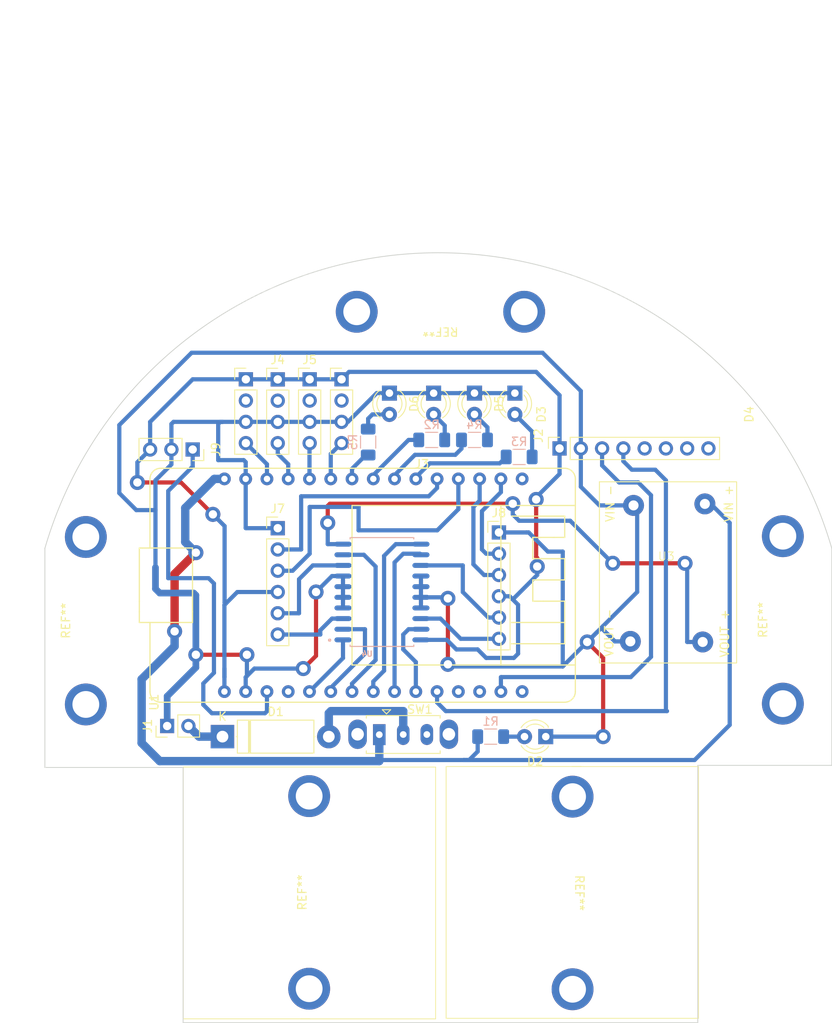
<source format=kicad_pcb>
(kicad_pcb (version 20221018) (generator pcbnew)
  (layers (0 "F.Cu" signal) (31 "B.Cu" signal) (34 "B.Paste" user) (35 "F.Paste" user) (36 "B.SilkS" user "B.Silkscreen") (37 "F.SilkS" user "F.Silkscreen") (38 "B.Mask" user) (39 "F.Mask" user) (44 "Edge.Cuts" user))
  (net 0 "")
  (net 1 "Net-(D1-A)")
  (net 2 "Net-(D1-K)")
  (net 3 "GND")
  (net 4 "Net-(D2-A)")
  (net 5 "Net-(D3-A)")
  (net 6 "Net-(D4-A)")
  (net 7 "Net-(D5-A)")
  (net 8 "Net-(D6-A)")
  (net 9 "/SCL")
  (net 10 "/SDA")
  (net 16 "/SHARP_D")
  (net 18 "/SHARP_I")
  (net 20 "/SHARP_C")
  (net 22 "/CNY70")
  (net 23 "/MA1")
  (net 24 "/MA2")
  (net 25 "/AO1")
  (net 26 "/AO2")
  (net 27 "/MB1")
  (net 28 "/MB2")
  (net 29 "/BO2")
  (net 30 "/BO1")
  (net 31 "/IR")
  (net 32 "/VIn")
  (net 33 "/L1")
  (net 34 "/L2")
  (net 35 "/L3")
  (net 36 "/L4")
  (net 39 "/PWM1")
  (net 42 "/INB1")
  (net 43 "/INB2")
  (net 44 "/PWM2")
  (net 45 "/INA1")
  (net 46 "/INA2")
  (net 48 "/3.3V")
  (net 49 "/Vm")
  (footprint "Button_Switch_THT:SW_Slide_1P2T_CK_OS102011MS2Q" (layer "F.Cu") (at 57.309 86.233)
    (fp_text reference "SW1" (at 3.99 -2.99) (layer "F.SilkS"))
    (fp_text value "SW_DPDT_x2")
    (pad "" thru_hole oval (at -3.45 -0.03) (size 2.2 3.5) (drill 1.5) (layers "*.Cu" "*.Mask"))
    (pad "" thru_hole oval (at 7.45 -0.03) (size 2.2 3.5) (drill 1.5) (layers "*.Cu" "*.Mask"))
    (pad "1" thru_hole rect (at -0.86 0.02) (size 1.5 2.5) (drill 0.8) (layers "*.Cu" "*.Mask") (net 32 "/VIn"))
    (pad "2" thru_hole oval (at 2 0) (size 1.5 2.5) (drill 0.8) (layers "*.Cu" "*.Mask") (net 2 "Net-(D1-K)"))
    (pad "3" thru_hole oval (at 4.82 0) (size 1.5 2.5) (drill 0.8) (layers "*.Cu" "*.Mask"))
  )
  (footprint "Connector_PinHeader_2.54mm:PinHeader_1x06_P2.54mm_Vertical" (layer "F.Cu") (at 44.323 61.595)
    (fp_text reference "J7" (at 0 -2.33) (layer "F.SilkS"))
    (fp_text value "Conn_01x06_Female")
    (pad "1" thru_hole rect (at 0 0) (size 1.7 1.7) (drill 1) (layers "*.Cu" "*.Mask") (net 3 "GND"))
    (pad "2" thru_hole oval (at 0 2.54) (size 1.7 1.7) (drill 1) (layers "*.Cu" "*.Mask") (net 23 "/MA1"))
    (pad "3" thru_hole oval (at 0 5.08) (size 1.7 1.7) (drill 1) (layers "*.Cu" "*.Mask") (net 24 "/MA2"))
    (pad "4" thru_hole oval (at 0 7.62) (size 1.7 1.7) (drill 1) (layers "*.Cu" "*.Mask") (net 48 "/3.3V"))
    (pad "5" thru_hole oval (at 0 10.16) (size 1.7 1.7) (drill 1) (layers "*.Cu" "*.Mask") (net 26 "/AO2"))
    (pad "6" thru_hole oval (at 0 12.7) (size 1.7 1.7) (drill 1) (layers "*.Cu" "*.Mask") (net 25 "/AO1"))
  )
  (footprint "DOIT_ESP32:DOIT_ESP32_Devkit" (layer "F.Cu") (at 29.063 82.378 90)
    (fp_text reference "U1" (at 0 0.5 90) (layer "F.SilkS"))
    (fp_text value "ESP32-Devkit-V1")
    (pad "1" thru_hole circle (at 26.67 8.89 90) (size 1.524 1.524) (drill 0.762) (layers "*.Cu" "*.Mask") (net 32 "/VIn"))
    (pad "2" thru_hole circle (at 26.67 11.43 90) (size 1.524 1.524) (drill 0.762) (layers "*.Cu" "*.Mask") (net 3 "GND"))
    (pad "3" thru_hole circle (at 26.67 13.97 90) (size 1.524 1.524) (drill 0.762) (layers "*.Cu" "*.Mask") (net 22 "/CNY70"))
    (pad "4" thru_hole circle (at 26.67 16.51 90) (size 1.524 1.524) (drill 0.762) (layers "*.Cu" "*.Mask") (net 18 "/SHARP_I"))
    (pad "5" thru_hole circle (at 26.67 19.05 90) (size 1.524 1.524) (drill 0.762) (layers "*.Cu" "*.Mask") (net 20 "/SHARP_C"))
    (pad "6" thru_hole circle (at 26.67 21.59 90) (size 1.524 1.524) (drill 0.762) (layers "*.Cu" "*.Mask") (net 16 "/SHARP_D"))
    (pad "7" thru_hole circle (at 26.67 24.13 90) (size 1.524 1.524) (drill 0.762) (layers "*.Cu" "*.Mask") (net 36 "/L4"))
    (pad "8" thru_hole circle (at 26.67 26.67 90) (size 1.524 1.524) (drill 0.762) (layers "*.Cu" "*.Mask") (net 33 "/L1"))
    (pad "9" thru_hole circle (at 26.67 29.21 90) (size 1.524 1.524) (drill 0.762) (layers "*.Cu" "*.Mask") (net 35 "/L3"))
    (pad "10" thru_hole circle (at 26.67 31.75 90) (size 1.524 1.524) (drill 0.762) (layers "*.Cu" "*.Mask") (net 34 "/L2"))
    (pad "11" thru_hole circle (at 26.67 34.29 90) (size 1.524 1.524) (drill 0.762) (layers "*.Cu" "*.Mask") (net 23 "/MA1"))
    (pad "12" thru_hole circle (at 26.67 36.83 90) (size 1.524 1.524) (drill 0.762) (layers "*.Cu" "*.Mask") (net 24 "/MA2"))
    (pad "13" thru_hole circle (at 26.67 39.37 90) (size 1.524 1.524) (drill 0.762) (layers "*.Cu" "*.Mask") (net 28 "/MB2"))
    (pad "14" thru_hole circle (at 26.67 41.91 90) (size 1.524 1.524) (drill 0.762) (layers "*.Cu" "*.Mask") (net 27 "/MB1"))
    (pad "15" thru_hole circle (at 26.67 44.45 90) (size 1.524 1.524) (drill 0.762) (layers "*.Cu" "*.Mask"))
    (pad "16" thru_hole circle (at 1.27 44.45 90) (size 1.524 1.524) (drill 0.762) (layers "*.Cu" "*.Mask"))
    (pad "17" thru_hole circle (at 1.27 41.91 90) (size 1.524 1.524) (drill 0.762) (layers "*.Cu" "*.Mask") (net 9 "/SCL"))
    (pad "18" thru_hole circle (at 1.27 39.37 90) (size 1.524 1.524) (drill 0.762) (layers "*.Cu" "*.Mask"))
    (pad "19" thru_hole circle (at 1.27 36.83 90) (size 1.524 1.524) (drill 0.762) (layers "*.Cu" "*.Mask"))
    (pad "20" thru_hole circle (at 1.27 34.29 90) (size 1.524 1.524) (drill 0.762) (layers "*.Cu" "*.Mask") (net 10 "/SDA"))
    (pad "21" thru_hole circle (at 1.27 31.75 90) (size 1.524 1.524) (drill 0.762) (layers "*.Cu" "*.Mask") (net 42 "/INB1"))
    (pad "22" thru_hole circle (at 1.27 29.21 90) (size 1.524 1.524) (drill 0.762) (layers "*.Cu" "*.Mask") (net 43 "/INB2"))
    (pad "23" thru_hole circle (at 1.27 26.67 90) (size 1.524 1.524) (drill 0.762) (layers "*.Cu" "*.Mask") (net 44 "/PWM2"))
    (pad "24" thru_hole circle (at 1.27 24.13 90) (size 1.524 1.524) (drill 0.762) (layers "*.Cu" "*.Mask") (net 46 "/INA2"))
    (pad "25" thru_hole circle (at 1.27 21.59 90) (size 1.524 1.524) (drill 0.762) (layers "*.Cu" "*.Mask") (net 45 "/INA1"))
    (pad "26" thru_hole circle (at 1.27 19.05 90) (size 1.524 1.524) (drill 0.762) (layers "*.Cu" "*.Mask") (net 39 "/PWM1"))
    (pad "27" thru_hole circle (at 1.27 16.51 90) (size 1.524 1.524) (drill 0.762) (layers "*.Cu" "*.Mask"))
    (pad "28" thru_hole circle (at 1.27 13.97 90) (size 1.524 1.524) (drill 0.762) (layers "*.Cu" "*.Mask") (net 31 "/IR"))
    (pad "29" thru_hole circle (at 1.27 11.43 90) (size 1.524 1.524) (drill 0.762) (layers "*.Cu" "*.Mask") (net 3 "GND"))
    (pad "30" thru_hole circle (at 1.27 8.89 90) (size 1.524 1.524) (drill 0.762) (layers "*.Cu" "*.Mask") (net 48 "/3.3V"))
  )
  (footprint "Connector_PinSocket_2.54mm:PinSocket_1x03_P2.54mm_Vertical" (layer "F.Cu") (at 34.163 52.197 -90)
    (fp_text reference "J9" (at 0 -2.77 90) (layer "F.SilkS"))
    (fp_text value "Conn_01x03_Socket")
    (pad "1" thru_hole rect (at 0 0 270) (size 1.7 1.7) (drill 1) (layers "*.Cu" "*.Mask") (net 31 "/IR"))
    (pad "2" thru_hole oval (at 0 2.54 270) (size 1.7 1.7) (drill 1) (layers "*.Cu" "*.Mask") (net 3 "GND"))
    (pad "3" thru_hole oval (at 0 5.08 270) (size 1.7 1.7) (drill 1) (layers "*.Cu" "*.Mask") (net 48 "/3.3V"))
  )
  (footprint "Connector_PinHeader_2.54mm:PinHeader_1x04_P2.54mm_Vertical" (layer "F.Cu") (at 51.943 43.815)
    (fp_text reference "J3" (at 9.6 10.121) (layer "F.SilkS"))
    (fp_text value "Conn_01x04_Male")
    (pad "1" thru_hole rect (at 0 0) (size 1.7 1.7) (drill 1) (layers "*.Cu" "*.Mask") (net 48 "/3.3V"))
    (pad "2" thru_hole oval (at 0 2.54) (size 1.7 1.7) (drill 1) (layers "*.Cu" "*.Mask"))
    (pad "3" thru_hole oval (at 0 5.08) (size 1.7 1.7) (drill 1) (layers "*.Cu" "*.Mask") (net 3 "GND"))
    (pad "4" thru_hole oval (at 0 7.62) (size 1.7 1.7) (drill 1) (layers "*.Cu" "*.Mask") (net 16 "/SHARP_D"))
  )
  (footprint "LED_THT:LED_D3.0mm" (layer "F.Cu") (at 67.818 45.461 -90)
    (fp_text reference "D5" (at 1.27 -2.96 90) (layer "F.SilkS"))
    (fp_text value "LED")
    (pad "1" thru_hole rect (at 0 0 270) (size 1.8 1.8) (drill 0.9) (layers "*.Cu" "*.Mask") (net 3 "GND"))
    (pad "2" thru_hole circle (at 2.54 0 270) (size 1.8 1.8) (drill 0.9) (layers "*.Cu" "*.Mask") (net 7 "Net-(D5-A)"))
  )
  (footprint "LED_THT:LED_D3.0mm" (layer "F.Cu") (at 76.332 86.487 180)
    (fp_text reference "D2" (at 1.27 -2.96) (layer "F.SilkS"))
    (fp_text value "LED")
    (pad "1" thru_hole rect (at 0 0 180) (size 1.8 1.8) (drill 0.9) (layers "*.Cu" "*.Mask") (net 3 "GND"))
    (pad "2" thru_hole circle (at 2.54 0 180) (size 1.8 1.8) (drill 0.9) (layers "*.Cu" "*.Mask") (net 4 "Net-(D2-A)"))
  )
  (footprint "Diode_THT:D_5W_P12.70mm_Horizontal" (layer "F.Cu") (at 37.719 86.487)
    (fp_text reference "D1" (at 6.35 -2.97) (layer "F.SilkS"))
    (fp_text value "type=\"D\" model=\"DIODE\" lib=\"\"")
    (fp_text user "K" (at 0 -2.4) (layer "F.SilkS"))
    (pad "1" thru_hole rect (at 0 0) (size 2.8 2.8) (drill 1.4) (layers "*.Cu" "*.Mask") (net 1 "Net-(D1-A)"))
    (pad "2" thru_hole oval (at 12.7 0) (size 2.8 2.8) (drill 1.4) (layers "*.Cu" "*.Mask") (net 2 "Net-(D1-K)"))
  )
  (footprint "propios:SharpHolder" (layer "F.Cu") (at 11.401 72.644 90)
    (fp_text reference "REF**" (at 0 7.62 90 unlocked) (layer "F.SilkS"))
    (fp_text value "SharpHolder")
    (pad "1" thru_hole circle (at -10 10 90) (size 5 5) (drill 3.2) (layers "*.Cu" "*.Mask"))
    (pad "2" thru_hole circle (at 10 10 90) (size 5 5) (drill 3.2) (layers "*.Cu" "*.Mask"))
  )
  (footprint "Connector_PinSocket_2.54mm:PinSocket_1x08_P2.54mm_Vertical" (layer "F.Cu") (at 77.978 52.07 90)
    (fp_text reference "J2" (at 1.524 -2.516 90) (layer "F.SilkS"))
    (fp_text value "Conn_01x08_Female")
    (pad "1" thru_hole rect (at 0 0 90) (size 1.7 1.7) (drill 1) (layers "*.Cu" "*.Mask") (net 48 "/3.3V"))
    (pad "2" thru_hole oval (at 0 2.54 90) (size 1.7 1.7) (drill 1) (layers "*.Cu" "*.Mask") (net 3 "GND"))
    (pad "3" thru_hole oval (at 0 5.08 90) (size 1.7 1.7) (drill 1) (layers "*.Cu" "*.Mask") (net 9 "/SCL"))
    (pad "4" thru_hole oval (at 0 7.62 90) (size 1.7 1.7) (drill 1) (layers "*.Cu" "*.Mask") (net 10 "/SDA"))
    (pad "5" thru_hole oval (at 0 10.16 90) (size 1.7 1.7) (drill 1) (layers "*.Cu" "*.Mask"))
    (pad "6" thru_hole oval (at 0 12.7 90) (size 1.7 1.7) (drill 1) (layers "*.Cu" "*.Mask"))
    (pad "7" thru_hole oval (at 0 15.24 90) (size 1.7 1.7) (drill 1) (layers "*.Cu" "*.Mask"))
    (pad "8" thru_hole oval (at 0 17.78 90) (size 1.7 1.7) (drill 1) (layers "*.Cu" "*.Mask"))
  )
  (footprint "propios:SharpHolder" (layer "F.Cu") (at 63.754 45.749 180)
    (fp_text reference "REF**" (at 0 7.62 180 unlocked) (layer "F.SilkS"))
    (fp_text value "SharpHolder")
    (pad "1" thru_hole circle (at -10 10 180) (size 5 5) (drill 3.2) (layers "*.Cu" "*.Mask"))
    (pad "2" thru_hole circle (at 10 10 180) (size 5 5) (drill 3.2) (layers "*.Cu" "*.Mask"))
  )
  (footprint "Connector_PinHeader_2.54mm:PinHeader_1x04_P2.54mm_Vertical" (layer "F.Cu") (at 40.513 43.815)
    (fp_text reference "J6" hide)
    (fp_text value "Conn_01x04_Male")
    (pad "1" thru_hole rect (at 0 0) (size 1.7 1.7) (drill 1) (layers "*.Cu" "*.Mask") (net 48 "/3.3V"))
    (pad "2" thru_hole oval (at 0 2.54) (size 1.7 1.7) (drill 1) (layers "*.Cu" "*.Mask"))
    (pad "3" thru_hole oval (at 0 5.08) (size 1.7 1.7) (drill 1) (layers "*.Cu" "*.Mask") (net 3 "GND"))
    (pad "4" thru_hole oval (at 0 7.62) (size 1.7 1.7) (drill 1) (layers "*.Cu" "*.Mask") (net 22 "/CNY70"))
  )
  (footprint "propios:MotorHolder" (layer "F.Cu") (at 90.522 105.156 -90)
    (fp_text reference "REF**" (at 0 10.16 -90 unlocked) (layer "F.SilkS"))
    (fp_text value "MotorHolder")
    (pad "1" thru_hole circle (at -11.5 10.99 270) (size 5 5) (drill 3.2) (layers "*.Cu" "*.Mask"))
    (pad "2" thru_hole circle (at 11.5 10.99 270) (size 5 5) (drill 3.2) (layers "*.Cu" "*.Mask"))
  )
  (footprint "propios:SharpHolder" (layer "F.Cu") (at 94.648 72.55 90)
    (fp_text reference "REF**" (at 0 7.62 90 unlocked) (layer "F.SilkS"))
    (fp_text value "SharpHolder")
    (pad "1" thru_hole circle (at -10 10 90) (size 5 5) (drill 3.2) (layers "*.Cu" "*.Mask"))
    (pad "2" thru_hole circle (at 10 10 90) (size 5 5) (drill 3.2) (layers "*.Cu" "*.Mask"))
  )
  (footprint "Connector_PinHeader_2.54mm:PinHeader_1x04_P2.54mm_Vertical" (layer "F.Cu") (at 44.323 43.825)
    (fp_text reference "J4" (at 0 -2.33) (layer "F.SilkS"))
    (fp_text value "Conn_01x04_Male")
    (pad "1" thru_hole rect (at 0 0) (size 1.7 1.7) (drill 1) (layers "*.Cu" "*.Mask") (net 48 "/3.3V"))
    (pad "2" thru_hole oval (at 0 2.54) (size 1.7 1.7) (drill 1) (layers "*.Cu" "*.Mask"))
    (pad "3" thru_hole oval (at 0 5.08) (size 1.7 1.7) (drill 1) (layers "*.Cu" "*.Mask") (net 3 "GND"))
    (pad "4" thru_hole oval (at 0 7.62) (size 1.7 1.7) (drill 1) (layers "*.Cu" "*.Mask") (net 18 "/SHARP_I"))
  )
  (footprint "LED_THT:LED_D3.0mm" (layer "F.Cu") (at 62.94 45.471 -90)
    (fp_text reference "D3" (at 2.535 -12.866 90) (layer "F.SilkS"))
    (fp_text value "LED")
    (pad "1" thru_hole rect (at 0 0 270) (size 1.8 1.8) (drill 0.9) (layers "*.Cu" "*.Mask") (net 3 "GND"))
    (pad "2" thru_hole circle (at 2.54 0 270) (size 1.8 1.8) (drill 0.9) (layers "*.Cu" "*.Mask") (net 5 "Net-(D3-A)"))
  )
  (footprint "Connector_PinHeader_2.54mm:PinHeader_1x06_P2.54mm_Vertical" (layer "F.Cu") (at 70.739 62.103)
    (fp_text reference "J8" (at 0 -2.33) (layer "F.SilkS"))
    (fp_text value "Conn_01x06_Female")
    (pad "1" thru_hole rect (at 0 0) (size 1.7 1.7) (drill 1) (layers "*.Cu" "*.Mask") (net 3 "GND"))
    (pad "2" thru_hole oval (at 0 2.54) (size 1.7 1.7) (drill 1) (layers "*.Cu" "*.Mask") (net 27 "/MB1"))
    (pad "3" thru_hole oval (at 0 5.08) (size 1.7 1.7) (drill 1) (layers "*.Cu" "*.Mask") (net 28 "/MB2"))
    (pad "4" thru_hole oval (at 0 7.62) (size 1.7 1.7) (drill 1) (layers "*.Cu" "*.Mask") (net 48 "/3.3V"))
    (pad "5" thru_hole oval (at 0 10.16) (size 1.7 1.7) (drill 1) (layers "*.Cu" "*.Mask") (net 30 "/BO1"))
    (pad "6" thru_hole oval (at 0 12.7) (size 1.7 1.7) (drill 1) (layers "*.Cu" "*.Mask") (net 29 "/BO2"))
  )
  (footprint "LED_THT:LED_D3.0mm" (layer "F.Cu") (at 57.658 45.466 -90)
    (fp_text reference "D6" (at 1.27 -2.96 90) (layer "F.SilkS"))
    (fp_text value "LED")
    (pad "1" thru_hole rect (at 0 0 270) (size 1.8 1.8) (drill 0.9) (layers "*.Cu" "*.Mask") (net 3 "GND"))
    (pad "2" thru_hole circle (at 2.54 0 270) (size 1.8 1.8) (drill 0.9) (layers "*.Cu" "*.Mask") (net 8 "Net-(D6-A)"))
  )
  (footprint "propios:MotorHolder" (layer "F.Cu") (at 37.084 105.091 90)
    (fp_text reference "REF**" (at 0 10.16 90 unlocked) (layer "F.SilkS"))
    (fp_text value "MotorHolder")
    (pad "1" thru_hole circle (at -11.5 10.99 90) (size 5 5) (drill 3.2) (layers "*.Cu" "*.Mask"))
    (pad "2" thru_hole circle (at 11.5 10.99 90) (size 5 5) (drill 3.2) (layers "*.Cu" "*.Mask"))
  )
  (footprint "propios:Sx1308" (layer "F.Cu") (at 90.731 65.464)
    (fp_text reference "U3" (at 0 -0.5 unlocked) (layer "F.SilkS") (effects (font (thickness 0.1))))
    (fp_text value "Mt3608")
    (fp_text user "VIN +" (at 7.452 -6.81 90 unlocked) (layer "F.SilkS"))
    (fp_text user "VOUT +" (at 6.972 8.7 90 unlocked) (layer "F.SilkS"))
    (fp_text user "VOUT -" (at -6.838 8.63 90 unlocked) (layer "F.SilkS"))
    (fp_text user "VIN -" (at -6.708 -6.81 90 unlocked) (layer "F.SilkS"))
    (pad "1" thru_hole circle (at 4.602 -6.77) (size 2.5 2.5) (drill 1.2) (layers "*.Cu" "*.Mask") (net 32 "/VIn"))
    (pad "2" thru_hole circle (at 4.342 9.72) (size 2.5 2.5) (drill 1.2) (layers "*.Cu" "*.Mask") (net 49 "/Vm"))
    (pad "3" thru_hole circle (at -3.918 -6.59) (size 2.5 2.5) (drill 1.2) (layers "*.Cu" "*.Mask") (net 3 "GND"))
    (pad "4" thru_hole circle (at -4.298 9.65) (size 2.5 2.5) (drill 1.2) (layers "*.Cu" "*.Mask") (net 3 "GND"))
  )
  (footprint "Connector_PinHeader_2.54mm:PinHeader_1x02_P2.54mm_Vertical" (layer "F.Cu") (at 31.115 85.217 90)
    (fp_text reference "J1" (at 0 -2.33 90) (layer "F.SilkS"))
    (fp_text value "Conn_01x02_Male")
    (pad "1" thru_hole rect (at 0 0 90) (size 1.7 1.7) (drill 1) (layers "*.Cu" "*.Mask") (net 3 "GND"))
    (pad "2" thru_hole oval (at 0 2.54 90) (size 1.7 1.7) (drill 1) (layers "*.Cu" "*.Mask") (net 1 "Net-(D1-A)"))
  )
  (footprint "LED_THT:LED_D3.0mm" (layer "F.Cu") (at 72.644 45.466 -90)
    (fp_text reference "D4" (at 2.535 -27.979 90) (layer "F.SilkS"))
    (fp_text value "LED")
    (pad "1" thru_hole rect (at 0 0 270) (size 1.8 1.8) (drill 0.9) (layers "*.Cu" "*.Mask") (net 3 "GND"))
    (pad "2" thru_hole circle (at 2.54 0 270) (size 1.8 1.8) (drill 0.9) (layers "*.Cu" "*.Mask") (net 6 "Net-(D4-A)"))
  )
  (footprint "Connector_PinHeader_2.54mm:PinHeader_1x04_P2.54mm_Vertical" (layer "F.Cu") (at 48.133 43.815)
    (fp_text reference "J5" (at 0 -2.33) (layer "F.SilkS"))
    (fp_text value "Conn_01x04_Male")
    (pad "1" thru_hole rect (at 0 0) (size 1.7 1.7) (drill 1) (layers "*.Cu" "*.Mask") (net 48 "/3.3V"))
    (pad "2" thru_hole oval (at 0 2.54) (size 1.7 1.7) (drill 1) (layers "*.Cu" "*.Mask"))
    (pad "3" thru_hole oval (at 0 5.08) (size 1.7 1.7) (drill 1) (layers "*.Cu" "*.Mask") (net 3 "GND"))
    (pad "4" thru_hole oval (at 0 7.62) (size 1.7 1.7) (drill 1) (layers "*.Cu" "*.Mask") (net 20 "/SHARP_C"))
  )
  (footprint "Resistor_SMD:R_1206_3216Metric_Pad1.30x1.75mm_HandSolder" (layer "B.Cu") (at 69.749 86.487 180)
    (fp_text reference "R1" (at 0 1.82) (layer "B.SilkS") (effects (justify mirror)))
    (fp_text value "R")
    (pad "1" smd roundrect (at -1.55 0 180) (size 1.3 1.75) (layers "B.Cu" "B.Paste" "B.Mask") (roundrect_rratio 0.192308) (net 4 "Net-(D2-A)"))
    (pad "2" smd roundrect (at 1.55 0 180) (size 1.3 1.75) (layers "B.Cu" "B.Paste" "B.Mask") (roundrect_rratio 0.192308) (net 32 "/VIn"))
  )
  (footprint "L293DD:SOIC127P1032X265-20N" (layer "B.Cu") (at 56.769 69.215)
    (fp_text reference "U4" (at -1.778 7.3914) (layer "B.SilkS") (effects (font (size 0.64 0.64)) (justify mirror)))
    (fp_text value "L293DD")
    (pad "1" smd roundrect (at -4.655 5.715 90) (size 0.6 2.05) (layers "B.Cu" "B.Paste" "B.Mask") (roundrect_rratio 0.5) (net 39 "/PWM1"))
    (pad "2" smd roundrect (at -4.655 4.445 90) (size 0.6 2.05) (layers "B.Cu" "B.Paste" "B.Mask") (roundrect_rratio 0.5) (net 45 "/INA1"))
    (pad "3" smd roundrect (at -4.655 3.175 90) (size 0.6 2.05) (layers "B.Cu" "B.Paste" "B.Mask") (roundrect_rratio 0.5) (net 25 "/AO1"))
    (pad "4" smd roundrect (at -4.655 1.905 90) (size 0.6 2.05) (layers "B.Cu" "B.Paste" "B.Mask") (roundrect_rratio 0.5) (net 3 "GND"))
    (pad "5" smd roundrect (at -4.655 0.635 90) (size 0.6 2.05) (layers "B.Cu" "B.Paste" "B.Mask") (roundrect_rratio 0.5) (net 3 "GND"))
    (pad "6" smd roundrect (at -4.655 -0.635 90) (size 0.6 2.05) (layers "B.Cu" "B.Paste" "B.Mask") (roundrect_rratio 0.5) (net 3 "GND"))
    (pad "7" smd roundrect (at -4.655 -1.905 90) (size 0.6 2.05) (layers "B.Cu" "B.Paste" "B.Mask") (roundrect_rratio 0.5) (net 3 "GND"))
    (pad "8" smd roundrect (at -4.655 -3.175 90) (size 0.6 2.05) (layers "B.Cu" "B.Paste" "B.Mask") (roundrect_rratio 0.5) (net 26 "/AO2"))
    (pad "9" smd roundrect (at -4.655 -4.445 90) (size 0.6 2.05) (layers "B.Cu" "B.Paste" "B.Mask") (roundrect_rratio 0.5) (net 46 "/INA2"))
    (pad "10" smd roundrect (at -4.655 -5.715 90) (size 0.6 2.05) (layers "B.Cu" "B.Paste" "B.Mask") (roundrect_rratio 0.5) (net 49 "/Vm"))
    (pad "11" smd roundrect (at 4.655 -5.715 90) (size 0.6 2.05) (layers "B.Cu" "B.Paste" "B.Mask") (roundrect_rratio 0.5) (net 44 "/PWM2"))
    (pad "12" smd roundrect (at 4.655 -4.445 90) (size 0.6 2.05) (layers "B.Cu" "B.Paste" "B.Mask") (roundrect_rratio 0.5) (net 43 "/INB2"))
    (pad "13" smd roundrect (at 4.655 -3.175 90) (size 0.6 2.05) (layers "B.Cu" "B.Paste" "B.Mask") (roundrect_rratio 0.5) (net 30 "/BO1"))
    (pad "14" smd roundrect (at 4.655 -1.905 90) (size 0.6 2.05) (layers "B.Cu" "B.Paste" "B.Mask") (roundrect_rratio 0.5) (net 3 "GND"))
    (pad "15" smd roundrect (at 4.655 -0.635 90) (size 0.6 2.05) (layers "B.Cu" "B.Paste" "B.Mask") (roundrect_rratio 0.5) (net 3 "GND"))
    (pad "16" smd roundrect (at 4.655 0.635 90) (size 0.6 2.05) (layers "B.Cu" "B.Paste" "B.Mask") (roundrect_rratio 0.5) (net 3 "GND"))
    (pad "17" smd roundrect (at 4.655 1.905 90) (size 0.6 2.05) (layers "B.Cu" "B.Paste" "B.Mask") (roundrect_rratio 0.5) (net 3 "GND"))
    (pad "18" smd roundrect (at 4.655 3.175 90) (size 0.6 2.05) (layers "B.Cu" "B.Paste" "B.Mask") (roundrect_rratio 0.5) (net 29 "/BO2"))
    (pad "19" smd roundrect (at 4.655 4.445 90) (size 0.6 2.05) (layers "B.Cu" "B.Paste" "B.Mask") (roundrect_rratio 0.5) (net 42 "/INB1"))
    (pad "20" smd roundrect (at 4.655 5.715 90) (size 0.6 2.05) (layers "B.Cu" "B.Paste" "B.Mask") (roundrect_rratio 0.5) (net 48 "/3.3V"))
  )
  (footprint "Resistor_SMD:R_1206_3216Metric_Pad1.30x1.75mm_HandSolder" (layer "B.Cu") (at 73.152 53.086 180)
    (fp_text reference "R3" (at 0 1.82) (layer "B.SilkS") (effects (justify mirror)))
    (fp_text value "R" hide)
    (pad "1" smd roundrect (at -1.55 0 180) (size 1.3 1.75) (layers "B.Cu" "B.Paste" "B.Mask") (roundrect_rratio 0.192308) (net 6 "Net-(D4-A)"))
    (pad "2" smd roundrect (at 1.55 0 180) (size 1.3 1.75) (layers "B.Cu" "B.Paste" "B.Mask") (roundrect_rratio 0.192308) (net 34 "/L2"))
  )
  (footprint "Resistor_SMD:R_1206_3216Metric_Pad1.30x1.75mm_HandSolder" (layer "B.Cu") (at 62.712 51.054 180)
    (fp_text reference "R2" (at 0 1.82) (layer "B.SilkS") (effects (justify mirror)))
    (fp_text value "R" hide)
    (pad "1" smd roundrect (at -1.55 0 180) (size 1.3 1.75) (layers "B.Cu" "B.Paste" "B.Mask") (roundrect_rratio 0.192308) (net 5 "Net-(D3-A)"))
    (pad "2" smd roundrect (at 1.55 0 180) (size 1.3 1.75) (layers "B.Cu" "B.Paste" "B.Mask") (roundrect_rratio 0.192308) (net 33 "/L1"))
  )
  (footprint "Resistor_SMD:R_1206_3216Metric_Pad1.30x1.75mm_HandSolder" (layer "B.Cu") (at 67.818 51.054 180)
    (fp_text reference "R4" (at 0 1.82) (layer "B.SilkS") (effects (justify mirror)))
    (fp_text value "R" hide)
    (pad "1" smd roundrect (at -1.55 0 180) (size 1.3 1.75) (layers "B.Cu" "B.Paste" "B.Mask") (roundrect_rratio 0.192308) (net 7 "Net-(D5-A)"))
    (pad "2" smd roundrect (at 1.55 0 180) (size 1.3 1.75) (layers "B.Cu" "B.Paste" "B.Mask") (roundrect_rratio 0.192308) (net 35 "/L3"))
  )
  (footprint "Resistor_SMD:R_1206_3216Metric_Pad1.30x1.75mm_HandSolder" (layer "B.Cu") (at 55.118 51.308 -90)
    (fp_text reference "R5" (at 0 1.82 90) (layer "B.SilkS") (effects (justify mirror)))
    (fp_text value "R" hide)
    (pad "1" smd roundrect (at -1.55 0 270) (size 1.3 1.75) (layers "B.Cu" "B.Paste" "B.Mask") (roundrect_rratio 0.192308) (net 8 "Net-(D6-A)"))
    (pad "2" smd roundrect (at 1.55 0 270) (size 1.3 1.75) (layers "B.Cu" "B.Paste" "B.Mask") (roundrect_rratio 0.192308) (net 36 "/L4"))
  )
  (gr_line (start 33.02 90.17) (end 16.51 90.17) (stroke (width 0.1)) (layer "Edge.Cuts"))
  (gr_line (start 33.02 120.65) (end 94.488 120.65) (stroke (width 0.1)) (layer "Edge.Cuts"))
  (gr_line (start 110.49 89.916) (end 110.49 64.008) (stroke (width 0.1)) (layer "Edge.Cuts"))
  (gr_line (start 94.488 89.916) (end 94.488 120.396) (stroke (width 0.1)) (layer "Edge.Cuts"))
  (gr_line (start 16.51 64.008) (end 16.51 90.17) (stroke (width 0.1)) (layer "Edge.Cuts"))
  (gr_line (start 110.49 89.916) (end 94.488 89.916) (stroke (width 0.1)) (layer "Edge.Cuts"))
  (gr_line (start 33.02 120.65) (end 33.02 90.17) (stroke (width 0.1)) (layer "Edge.Cuts"))
  (gr_arc (start 16.51 64.008) (mid 63.5 28.702) (end 110.49 64.008) (stroke (width 0.1)) (layer "Edge.Cuts"))
  (gr_line (start 94.488 120.65) (end 94.488 120.396) (stroke (width 0.1)) (layer "Edge.Cuts"))
  (segment (start 33.655 85.217) (end 34.925 86.487) (width 1) (layer "B.Cu") (net 1))
  (segment (start 34.925 86.487) (end 37.719 86.487) (width 1) (layer "B.Cu") (net 1))
  (segment (start 50.673 83.439) (end 50.419 83.693) (width 1) (layer "B.Cu") (net 2))
  (segment (start 50.419 83.693) (end 50.419 86.487) (width 1) (layer "B.Cu") (net 2))
  (segment (start 59.309 83.439) (end 50.673 83.439) (width 1) (layer "B.Cu") (net 2))
  (segment (start 59.309 86.233) (end 59.309 83.439) (width 1) (layer "B.Cu") (net 2))
  (segment (start 83.185 77.089) (end 81.28 75.184) (width 0.5) (layer "F.Cu") (net 3))
  (segment (start 48.895 69.215) (end 48.895 76.835) (width 0.5) (layer "F.Cu") (net 3))
  (segment (start 48.895 76.835) (end 47.371 78.359) (width 0.5) (layer "F.Cu") (net 3))
  (segment (start 83.185 86.487) (end 83.185 77.089) (width 0.5) (layer "F.Cu") (net 3))
  (segment (start 40.64 76.708) (end 34.544 76.708) (width 0.5) (layer "F.Cu") (net 3))
  (segment (start 64.643 69.977) (end 64.643 77.851) (width 0.5) (layer "F.Cu") (net 3))
  (via (at 83.185 86.487) (size 1.8) (drill 1) (layers "F.Cu" "B.Cu") (net 3))
  (via (at 40.64 76.708) (size 1.8) (drill 1) (layers "F.Cu" "B.Cu") (net 3))
  (via (at 64.643 69.977) (size 1.8) (drill 1) (layers "F.Cu" "B.Cu") (net 3))
  (via (at 81.28 75.184) (size 1.8) (drill 1) (layers "F.Cu" "B.Cu") (net 3))
  (via (at 34.544 76.708) (size 1.8) (drill 1) (layers "F.Cu" "B.Cu") (net 3))
  (via (at 48.895 69.215) (size 1.8) (drill 1) (layers "F.Cu" "B.Cu") (net 3))
  (via (at 64.643 77.851) (size 1.8) (drill 1) (layers "F.Cu" "B.Cu") (net 3))
  (via (at 47.371 78.359) (size 1.8) (drill 1) (layers "F.Cu" "B.Cu") (net 3))
  (segment (start 74.295 62.103) (end 76.581 64.389) (width 0.5) (layer "B.Cu") (net 3))
  (segment (start 81.28 75.184) (end 82.423 74.041) (width 0.5) (layer "B.Cu") (net 3))
  (segment (start 40.493 79.395) (end 40.64 79.248) (width 0.5) (layer "B.Cu") (net 3))
  (segment (start 34.036 40.64) (end 25.4 49.276) (width 0.5) (layer "B.Cu") (net 3))
  (segment (start 64.516 69.85) (end 64.643 69.977) (width 0.5) (layer "B.Cu") (net 3))
  (segment (start 52.705 48.895) (end 56.134 45.466) (width 0.5) (layer "B.Cu") (net 3))
  (segment (start 47.371 78.359) (end 41.529 78.359) (width 0.5) (layer "B.Cu") (net 3))
  (segment (start 61.424 67.31) (end 61.424 71.12) (width 0.5) (layer "B.Cu") (net 3))
  (segment (start 30.226 69.342) (end 29.718 68.834) (width 0.8) (layer "B.Cu") (net 3))
  (segment (start 80.518 52.07) (end 80.518 45.212) (width 0.5) (layer "B.Cu") (net 3))
  (segment (start 37.211 49.149) (end 37.465 48.895) (width 0.5) (layer "B.Cu") (net 3))
  (segment (start 72.644 45.466) (end 66.04 45.466) (width 0.5) (layer "B.Cu") (net 3))
  (segment (start 67.813 45.466) (end 67.818 45.461) (width 0.5) (layer "B.Cu") (net 3))
  (segment (start 31.877 48.895) (end 37.719 48.895) (width 0.5) (layer "B.Cu") (net 3))
  (segment (start 40.513 81.128) (end 40.493 81.108) (width 0.5) (layer "B.Cu") (net 3))
  (segment (start 82.75 58.874) (end 86.813 58.874) (width 0.5) (layer "B.Cu") (net 3))
  (segment (start 52.114 67.31) (end 50.8 67.31) (width 0.5) (layer "B.Cu") (net 3))
  (segment (start 40.493 61.575) (end 40.493 55.708) (width 0.5) (layer "B.Cu") (net 3))
  (segment (start 82.423 74.041) (end 78.359 78.105) (width 0.5) (layer "B.Cu") (net 3))
  (segment (start 40.493 53.701) (end 40.259 53.467) (width 0.5) (layer "B.Cu") (net 3))
  (segment (start 37.465 48.895) (end 37.719 48.895) (width 0.5) (layer "B.Cu") (net 3))
  (segment (start 25.4 57.404) (end 27.432 59.436) (width 0.5) (layer "B.Cu") (net 3))
  (segment (start 31.623 52.197) (end 31.623 53.975) (width 0.5) (layer "B.Cu") (net 3))
  (segment (start 51.943 48.895) (end 52.705 48.895) (width 0.5) (layer "B.Cu") (net 3))
  (segment (start 29.718 59.436) (end 29.718 66.802) (width 0.5) (layer "B.Cu") (net 3))
  (segment (start 78.359 64.389) (end 76.581 64.389) (width 0.5) (layer "B.Cu") (net 3))
  (segment (start 34.544 78.232) (end 34.544 69.596) (width 0.8) (layer "B.Cu") (net 3))
  (segment (start 31.115 81.661) (end 34.544 78.232) (width 0.8) (layer "B.Cu") (net 3))
  (segment (start 37.719 48.895) (end 40.513 48.895) (width 0.5) (layer "B.Cu") (net 3))
  (segment (start 41.529 78.359) (end 40.493 79.395) (width 0.5) (layer "B.Cu") (net 3))
  (segment (start 76.332 86.487) (end 83.185 86.487) (width 0.5) (layer "B.Cu") (net 3))
  (segment (start 40.259 53.467) (end 37.211 53.467) (width 0.5) (layer "B.Cu") (net 3))
  (segment (start 86.813 58.874) (end 87.249 59.31) (width 0.5) (layer "B.Cu") (net 3))
  (segment (start 29.718 55.88) (end 29.718 59.436) (width 0.5) (layer "B.Cu") (net 3))
  (segment (start 83.185 73.279) (end 82.423 74.041) (width 0.5) (layer "B.Cu") (net 3))
  (segment (start 40.64 79.248) (end 40.64 76.708) (width 0.5) (layer "B.Cu") (net 3))
  (segment (start 70.739 62.103) (end 74.041 62.103) (width 0.5) (layer "B.Cu") (net 3))
  (segment (start 27.432 59.436) (end 29.718 59.436) (width 0.5) (layer "B.Cu") (net 3))
  (segment (start 87.249 69.215) (end 83.185 73.279) (width 0.5) (layer "B.Cu") (net 3))
  (segment (start 66.04 45.466) (end 67.813 45.466) (width 0.5) (layer "B.Cu") (net 3))
  (segment (start 78.359 78.105) (end 78.359 64.389) (width 0.5) (layer "B.Cu") (net 3))
  (segment (start 84.582 75.114) (end 86.433 75.114) (width 0.5) (layer "B.Cu") (net 3))
  (segment (start 40.513 61.595) (end 40.493 61.575) (width 0.5) (layer "B.Cu") (net 3))
  (segment (start 56.134 45.466) (end 57.658 45.466) (width 0.5) (layer "B.Cu") (net 3))
  (segment (start 31.115 85.217) (end 31.115 81.661) (width 0.8) (layer "B.Cu") (net 3))
  (segment (start 31.623 52.197) (end 31.623 49.149) (width 0.5) (layer "B.Cu") (net 3))
  (segment (start 44.323 61.595) (end 40.513 61.595) (width 0.5) (layer "B.Cu") (net 3))
  (segment (start 25.4 49.276) (end 25.4 57.404) (width 0.5) (layer "B.Cu") (net 3))
  (segment (start 34.544 69.596) (end 34.29 69.342) (width 0.8) (layer "B.Cu") (net 3))
  (segment (start 29.718 68.834) (end 29.718 66.294) (width 0.8) (layer "B.Cu") (net 3))
  (segment (start 61.424 69.85) (end 64.516 69.85) (width 0.5) (layer "B.Cu") (net 3))
  (segment (start 75.946 40.64) (end 34.036 40.64) (width 0.5) (layer "B.Cu") (net 3))
  (segment (start 31.623 49.149) (end 31.877 48.895) (width 0.5) (layer "B.Cu") (net 3))
  (segment (start 84.582 75.114) (end 83.185 73.717) (width 0.5) (layer "B.Cu") (net 3))
  (segment (start 74.041 62.103) (end 74.295 62.103) (width 0.5) (layer "B.Cu") (net 3))
  (segment (start 31.623 53.975) (end 29.718 55.88) (width 0.5) (layer "B.Cu") (net 3))
  (segment (start 83.185 73.717) (end 83.185 73.279) (width 0.5) (layer "B.Cu") (net 3))
  (segment (start 40.493 55.708) (end 40.493 53.701) (width 0.5) (layer "B.Cu") (net 3))
  (segment (start 57.658 45.466) (end 66.04 45.466) (width 0.5) (layer "B.Cu") (net 3))
  (segment (start 40.513 48.895) (end 51.943 48.895) (width 0.5) (layer "B.Cu") (net 3))
  (segment (start 80.518 52.07) (end 80.518 56.642) (width 0.5) (layer "B.Cu") (net 3))
  (segment (start 34.29 69.342) (end 30.226 69.342) (width 0.8) (layer "B.Cu") (net 3))
  (segment (start 80.518 56.642) (end 82.75 58.874) (width 0.5) (layer "B.Cu") (net 3))
  (segment (start 64.643 77.851) (end 64.897 78.105) (width 0.5) (layer "B.Cu") (net 3))
  (segment (start 52.114 67.31) (end 52.114 71.12) (width 0.5) (layer "B.Cu") (net 3))
  (segment (start 87.249 59.31) (end 87.249 69.215) (width 0.5) (layer "B.Cu") (net 3))
  (segment (start 50.8 67.31) (end 48.895 69.215) (width 0.5) (layer "B.Cu") (net 3))
  (segment (start 80.518 45.212) (end 75.946 40.64) (width 0.5) (layer "B.Cu") (net 3))
  (segment (start 64.897 78.105) (end 78.359 78.105) (width 0.5) (layer "B.Cu") (net 3))
  (segment (start 37.211 53.467) (end 37.211 49.149) (width 0.5) (layer "B.Cu") (net 3))
  (segment (start 40.493 79.395) (end 40.493 81.108) (width 0.5) (layer "B.Cu") (net 3))
  (segment (start 73.792 86.487) (end 71.299 86.487) (width 0.5) (layer "B.Cu") (net 4))
  (segment (start 64.262 51.054) (end 64.262 49.333) (width 0.5) (layer "B.Cu") (net 5))
  (segment (start 64.262 49.333) (end 62.94 48.011) (width 0.5) (layer "B.Cu") (net 5))
  (segment (start 74.702 50.064) (end 72.644 48.006) (width 0.5) (layer "B.Cu") (net 6))
  (segment (start 74.702 53.086) (end 74.702 50.064) (width 0.5) (layer "B.Cu") (net 6))
  (segment (start 69.368 49.551) (end 67.818 48.001) (width 0.5) (layer "B.Cu") (net 7))
  (segment (start 69.368 51.054) (end 69.368 49.551) (width 0.5) (layer "B.Cu") (net 7))
  (segment (start 55.626 48.006) (end 57.658 48.006) (width 0.5) (layer "B.Cu") (net 8))
  (segment (start 55.118 48.514) (end 55.626 48.006) (width 0.5) (layer "B.Cu") (net 8))
  (segment (start 55.118 49.758) (end 55.118 48.514) (width 0.5) (layer "B.Cu") (net 8))
  (segment (start 85.09 56.134) (end 83.058 54.102) (width 0.5) (layer "B.Cu") (net 9))
  (segment (start 87.376 56.134) (end 85.09 56.134) (width 0.5) (layer "B.Cu") (net 9))
  (segment (start 86.487 79.375) (end 88.9 76.962) (width 0.5) (layer "B.Cu") (net 9))
  (segment (start 70.973 81.108) (end 70.973 79.395) (width 0.5) (layer "B.Cu") (net 9))
  (segment (start 83.058 54.102) (end 83.058 52.07) (width 0.5) (layer "B.Cu") (net 9))
  (segment (start 70.973 79.395) (end 70.993 79.375) (width 0.5) (layer "B.Cu") (net 9))
  (segment (start 88.9 76.962) (end 88.9 57.658) (width 0.5) (layer "B.Cu") (net 9))
  (segment (start 88.9 57.658) (end 87.376 56.134) (width 0.5) (layer "B.Cu") (net 9))
  (segment (start 70.993 79.375) (end 86.487 79.375) (width 0.5) (layer "B.Cu") (net 9))
  (segment (start 89.408 54.61) (end 86.614 54.61) (width 0.5) (layer "B.Cu") (net 10))
  (segment (start 63.353 82.403) (end 64.389 83.439) (width 0.5) (layer "B.Cu") (net 10))
  (segment (start 64.389 83.439) (end 90.805 83.439) (width 0.5) (layer "B.Cu") (net 10))
  (segment (start 85.598 53.594) (end 85.598 52.07) (width 0.5) (layer "B.Cu") (net 10))
  (segment (start 90.805 83.439) (end 90.678 83.312) (width 0.5) (layer "B.Cu") (net 10))
  (segment (start 90.678 55.88) (end 89.408 54.61) (width 0.5) (layer "B.Cu") (net 10))
  (segment (start 63.353 81.108) (end 63.353 82.403) (width 0.5) (layer "B.Cu") (net 10))
  (segment (start 90.678 83.312) (end 90.678 55.88) (width 0.5) (layer "B.Cu") (net 10))
  (segment (start 86.614 54.61) (end 85.598 53.594) (width 0.5) (layer "B.Cu") (net 10))
  (segment (start 50.653 55.708) (end 50.653 52.725) (width 0.5) (layer "B.Cu") (net 16))
  (segment (start 50.653 52.725) (end 51.943 51.435) (width 0.5) (layer "B.Cu") (net 16))
  (segment (start 45.573 53.955) (end 45.573 55.708) (width 0.5) (layer "B.Cu") (net 18))
  (segment (start 44.323 52.705) (end 45.573 53.955) (width 0.5) (layer "B.Cu") (net 18))
  (segment (start 44.323 51.445) (end 44.323 52.705) (width 0.5) (layer "B.Cu") (net 18))
  (segment (start 48.113 51.455) (end 48.133 51.435) (width 0.5) (layer "B.Cu") (net 20))
  (segment (start 48.113 55.708) (end 48.113 51.455) (width 0.5) (layer "B.Cu") (net 20))
  (segment (start 43.033 53.955) (end 40.513 51.435) (width 0.5) (layer "B.Cu") (net 22))
  (segment (start 43.053 55.688) (end 43.033 55.708) (width 0.5) (layer "B.Cu") (net 22))
  (segment (start 43.033 55.708) (end 43.033 53.955) (width 0.5) (layer "B.Cu") (net 22))
  (segment (start 63.353 55.708) (end 63.353 56.789) (width 0.5) (layer "B.Cu") (net 23))
  (segment (start 62.357 57.785) (end 47.117 57.785) (width 0.5) (layer "B.Cu") (net 23))
  (segment (start 47.117 57.785) (end 47.117 64.135) (width 0.5) (layer "B.Cu") (net 23))
  (segment (start 63.353 56.789) (end 62.357 57.785) (width 0.5) (layer "B.Cu") (net 23))
  (segment (start 47.117 64.135) (end 44.323 64.135) (width 0.5) (layer "B.Cu") (net 23))
  (segment (start 48.133 59.055) (end 53.975 59.055) (width 0.5) (layer "B.Cu") (net 24))
  (segment (start 63.373 61.849) (end 65.893 59.329) (width 0.5) (layer "B.Cu") (net 24))
  (segment (start 65.893 59.329) (end 65.893 55.708) (width 0.5) (layer "B.Cu") (net 24))
  (segment (start 53.975 59.055) (end 53.975 61.849) (width 0.5) (layer "B.Cu") (net 24))
  (segment (start 46.101 66.675) (end 48.133 64.643) (width 0.5) (layer "B.Cu") (net 24))
  (segment (start 53.975 61.849) (end 63.373 61.849) (width 0.5) (layer "B.Cu") (net 24))
  (segment (start 44.323 66.675) (end 46.101 66.675) (width 0.5) (layer "B.Cu") (net 24))
  (segment (start 48.133 64.643) (end 48.133 59.055) (width 0.5) (layer "B.Cu") (net 24))
  (segment (start 50.8 72.39) (end 52.114 72.39) (width 0.5) (layer "B.Cu") (net 25))
  (segment (start 49.403 74.295) (end 49.403 73.787) (width 0.5) (layer "B.Cu") (net 25))
  (segment (start 49.403 73.787) (end 50.8 72.39) (width 0.5) (layer "B.Cu") (net 25))
  (segment (start 44.323 74.295) (end 49.403 74.295) (width 0.5) (layer "B.Cu") (net 25))
  (segment (start 46.863 67.691) (end 48.514 66.04) (width 0.5) (layer "B.Cu") (net 26))
  (segment (start 46.863 71.755) (end 44.323 71.755) (width 0.5) (layer "B.Cu") (net 26))
  (segment (start 46.863 71.755) (end 46.863 67.691) (width 0.5) (layer "B.Cu") (net 26))
  (segment (start 48.514 66.04) (end 52.114 66.04) (width 0.5) (layer "B.Cu") (net 26))
  (segment (start 68.707 64.135) (end 69.215 64.643) (width 0.5) (layer "B.Cu") (net 27))
  (segment (start 70.973 55.708) (end 70.973 57.297) (width 0.5) (layer "B.Cu") (net 27))
  (segment (start 68.707 59.563) (end 68.707 64.135) (width 0.5) (layer "B.Cu") (net 27))
  (segment (start 69.215 64.643) (end 70.739 64.643) (width 0.5) (layer "B.Cu") (net 27))
  (segment (start 70.973 57.297) (end 68.707 59.563) (width 0.5) (layer "B.Cu") (net 27))
  (segment (start 68.961 67.183) (end 70.739 67.183) (width 0.5) (layer "B.Cu") (net 28))
  (segment (start 68.433 58.313) (end 67.691 59.055) (width 0.5) (layer "B.Cu") (net 28))
  (segment (start 67.691 59.055) (end 67.691 65.913) (width 0.5) (layer "B.Cu") (net 28))
  (segment (start 67.691 65.913) (end 68.961 67.183) (width 0.5) (layer "B.Cu") (net 28))
  (segment (start 68.433 55.708) (end 68.433 58.313) (width 0.5) (layer "B.Cu") (net 28))
  (segment (start 63.754 72.39) (end 66.167 74.803) (width 0.5) (layer "B.Cu") (net 29))
  (segment (start 66.167 74.803) (end 70.739 74.803) (width 0.5) (layer "B.Cu") (net 29))
  (segment (start 61.424 72.39) (end 63.754 72.39) (width 0.5) (layer "B.Cu") (net 29))
  (segment (start 66.421 69.215) (end 66.421 66.04) (width 0.5) (layer "B.Cu") (net 30))
  (segment (start 70.739 72.263) (end 69.469 72.263) (width 0.5) (layer "B.Cu") (net 30))
  (segment (start 69.469 72.263) (end 66.421 69.215) (width 0.5) (layer "B.Cu") (net 30))
  (segment (start 66.421 66.04) (end 61.424 66.04) (width 0.5) (layer "B.Cu") (net 30))
  (segment (start 35.433 82.677) (end 35.433 80.137) (width 0.5) (layer "B.Cu") (net 31))
  (segment (start 36.703 78.867) (end 36.703 68.199) (width 0.5) (layer "B.Cu") (net 31))
  (segment (start 35.433 80.137) (end 36.703 78.867) (width 0.5) (layer "B.Cu") (net 31))
  (segment (start 34.163 54.229) (end 34.163 52.197) (width 0.5) (layer "B.Cu") (net 31))
  (segment (start 31.242 67.564) (end 31.242 57.15) (width 0.5) (layer "B.Cu") (net 31))
  (segment (start 43.053 81.128) (end 43.033 81.108) (width 0.5) (layer "B.Cu") (net 31))
  (segment (start 31.242 57.15) (end 34.163 54.229) (width 0.5) (layer "B.Cu") (net 31))
  (segment (start 36.068 67.564) (end 31.242 67.564) (width 0.5) (layer "B.Cu") (net 31))
  (segment (start 43.033 83.459) (end 42.799 83.693) (width 0.5) (layer "B.Cu") (net 31))
  (segment (start 36.703 68.199) (end 36.068 67.564) (width 0.5) (layer "B.Cu") (net 31))
  (segment (start 42.799 83.693) (end 36.449 83.693) (width 0.5) (layer "B.Cu") (net 31))
  (segment (start 43.033 81.108) (end 43.033 83.459) (width 0.5) (layer "B.Cu") (net 31))
  (segment (start 36.449 83.693) (end 35.433 82.677) (width 0.5) (layer "B.Cu") (net 31))
  (segment (start 34.544 64.516) (end 32.004 67.056) (width 1) (layer "F.Cu") (net 32))
  (segment (start 32.004 67.056) (end 32.004 73.914) (width 1) (layer "F.Cu") (net 32))
  (via (at 32.004 73.914) (size 1.8) (drill 1) (layers "F.Cu" "B.Cu") (net 32))
  (via (at 34.544 64.516) (size 1.8) (drill 1) (layers "F.Cu" "B.Cu") (net 32))
  (segment (start 28.067 79.629) (end 28.067 87.249) (width 1) (layer "B.Cu") (net 32))
  (segment (start 94.107 89.281) (end 98.298 85.09) (width 0.5) (layer "B.Cu") (net 32))
  (segment (start 67.183 89.281) (end 66.548 89.281) (width 0.5) (layer "B.Cu") (net 32))
  (segment (start 66.548 89.281) (end 94.107 89.281) (width 0.5) (layer "B.Cu") (net 32))
  (segment (start 33.274 63.246) (end 33.274 59.182) (width 1) (layer "B.Cu") (net 32))
  (segment (start 98.298 85.09) (end 98.298 60.96) (width 0.5) (layer "B.Cu") (net 32))
  (segment (start 32.004 73.914) (end 32.004 75.692) (width 1) (layer "B.Cu") (net 32))
  (segment (start 32.004 75.692) (end 28.067 79.629) (width 1) (layer "B.Cu") (net 32))
  (segment (start 66.548 89.281) (end 56.576 89.281) (width 0.5) (layer "B.Cu") (net 32))
  (segment (start 68.199 88.265) (end 68.199 86.487) (width 0.5) (layer "B.Cu") (net 32))
  (segment (start 56.576 89.281) (end 56.449 89.408) (width 0.5) (layer "B.Cu") (net 32))
  (segment (start 96.032 58.694) (end 95.333 58.694) (width 0.5) (layer "B.Cu") (net 32))
  (segment (start 28.067 87.249) (end 30.226 89.408) (width 1) (layer "B.Cu") (net 32))
  (segment (start 34.544 64.516) (end 33.274 63.246) (width 1) (layer "B.Cu") (net 32))
  (segment (start 68.199 88.265) (end 67.183 89.281) (width 0.5) (layer "B.Cu") (net 32))
  (segment (start 56.449 86.253) (end 56.449 89.408) (width 1) (layer "B.Cu") (net 32))
  (segment (start 33.274 59.182) (end 36.748 55.708) (width 1) (layer "B.Cu") (net 32))
  (segment (start 30.226 89.408) (end 56.449 89.408) (width 1) (layer "B.Cu") (net 32))
  (segment (start 98.298 60.96) (end 96.032 58.694) (width 0.5) (layer "B.Cu") (net 32))
  (segment (start 36.748 55.708) (end 37.953 55.708) (width 1) (layer "B.Cu") (net 32))
  (segment (start 55.499 55.474) (end 55.733 55.708) (width 0.5) (layer "B.Cu") (net 33))
  (segment (start 55.733 55.265) (end 55.733 55.708) (width 0.5) (layer "B.Cu") (net 33))
  (segment (start 59.944 51.054) (end 55.733 55.265) (width 0.5) (layer "B.Cu") (net 33))
  (segment (start 61.162 51.054) (end 59.944 51.054) (width 0.5) (layer "B.Cu") (net 33))
  (segment (start 60.813 55.519) (end 62.484 53.848) (width 0.5) (layer "B.Cu") (net 34))
  (segment (start 60.813 55.708) (end 60.813 55.519) (width 0.5) (layer "B.Cu") (net 34))
  (segment (start 70.84 53.848) (end 71.602 53.086) (width 0.5) (layer "B.Cu") (net 34))
  (segment (start 62.484 53.848) (end 70.84 53.848) (width 0.5) (layer "B.Cu") (net 34))
  (segment (start 60.706 52.832) (end 58.273 55.265) (width 0.5) (layer "B.Cu") (net 35))
  (segment (start 58.273 55.265) (end 58.273 55.708) (width 0.5) (layer "B.Cu") (net 35))
  (segment (start 66.268 52.096) (end 65.532 52.832) (width 0.5) (layer "B.Cu") (net 35))
  (segment (start 65.532 52.832) (end 60.706 52.832) (width 0.5) (layer "B.Cu") (net 35))
  (segment (start 66.268 51.054) (end 66.268 52.096) (width 0.5) (layer "B.Cu") (net 35))
  (segment (start 54.838 52.858) (end 55.118 52.858) (width 0.5) (layer "B.Cu") (net 36))
  (segment (start 53.193 55.708) (end 53.193 54.503) (width 0.5) (layer "B.Cu") (net 36))
  (segment (start 53.193 54.503) (end 54.838 52.858) (width 0.5) (layer "B.Cu") (net 36))
  (segment (start 52.114 77.107) (end 48.113 81.108) (width 0.5) (layer "B.Cu") (net 39))
  (segment (start 52.114 74.93) (end 52.114 77.107) (width 0.5) (layer "B.Cu") (net 39))
  (segment (start 59.309 74.295) (end 59.309 76.073) (width 0.5) (layer "B.Cu") (net 42))
  (segment (start 59.944 73.66) (end 59.309 74.295) (width 0.5) (layer "B.Cu") (net 42))
  (segment (start 59.309 76.073) (end 60.813 77.577) (width 0.5) (layer "B.Cu") (net 42))
  (segment (start 61.424 73.66) (end 59.944 73.66) (width 0.5) (layer "B.Cu") (net 42))
  (segment (start 60.813 77.577) (end 60.813 81.108) (width 0.5) (layer "B.Cu") (net 42))
  (segment (start 58.273 81.108) (end 58.273 65.679) (width 0.5) (layer "B.Cu") (net 43))
  (segment (start 58.273 65.679) (end 59.309 64.643) (width 0.5) (layer "B.Cu") (net 43))
  (segment (start 61.297 64.643) (end 61.424 64.77) (width 0.5) (layer "B.Cu") (net 43))
  (segment (start 59.309 64.643) (end 61.297 64.643) (width 0.5) (layer "B.Cu") (net 43))
  (segment (start 57.023 78.613) (end 55.733 79.903) (width 0.5) (layer "B.Cu") (net 44))
  (segment (start 61.424 63.5) (end 58.42 63.5) (width 0.5) (layer "B.Cu") (net 44))
  (segment (start 57.023 64.897) (end 57.023 78.613) (width 0.5) (layer "B.Cu") (net 44))
  (segment (start 55.733 79.903) (end 55.733 81.108) (width 0.5) (layer "B.Cu") (net 44))
  (segment (start 58.42 63.5) (end 57.023 64.897) (width 0.5) (layer "B.Cu") (net 44))
  (segment (start 50.927 80.391) (end 50.927 80.834) (width 0.5) (layer "B.Cu") (net 45))
  (segment (start 54.737 76.581) (end 50.927 80.391) (width 0.5) (layer "B.Cu") (net 45))
  (segment (start 50.927 80.834) (end 50.653 81.108) (width 0.5) (layer "B.Cu") (net 45))
  (segment (start 54.737 73.66) (end 54.737 76.581) (width 0.5) (layer "B.Cu") (net 45))
  (segment (start 52.114 73.66) (end 54.737 73.66) (width 0.5) (layer "B.Cu") (net 45))
  (segment (start 53.193 80.157) (end 53.193 81.108) (width 0.5) (layer "B.Cu") (net 46))
  (segment (start 56.007 66.167) (end 56.007 77.343) (width 0.5) (layer "B.Cu") (net 46))
  (segment (start 56.007 77.343) (end 53.193 80.157) (width 0.5) (layer "B.Cu") (net 46))
  (segment (start 54.61 64.77) (end 56.007 66.167) (width 0.5) (layer "B.Cu") (net 46))
  (segment (start 52.114 64.77) (end 54.61 64.77) (width 0.5) (layer "B.Cu") (net 46))
  (segment (start 36.576 59.944) (end 32.766 56.134) (width 0.5) (layer "F.Cu") (net 48))
  (segment (start 75.184 58.166) (end 75.184 65.024) (width 0.5) (layer "F.Cu") (net 48))
  (segment (start 32.766 56.134) (end 27.559 56.134) (width 0.5) (layer "F.Cu") (net 48))
  (segment (start 75.184 65.024) (end 75.311 65.151) (width 0.5) (layer "F.Cu") (net 48))
  (segment (start 75.311 65.151) (end 75.311 66.167) (width 0.5) (layer "F.Cu") (net 48))
  (via (at 75.184 58.166) (size 1.8) (drill 1) (layers "F.Cu" "B.Cu") (net 48))
  (via (at 27.559 56.134) (size 1.8) (drill 1) (layers "F.Cu" "B.Cu") (net 48))
  (via (at 36.576 59.944) (size 1.8) (drill 1) (layers "F.Cu" "B.Cu") (net 48))
  (via (at 75.311 66.167) (size 1.8) (drill 1) (layers "F.Cu" "B.Cu") (net 48))
  (segment (start 44.323 69.215) (end 39.497 69.215) (width 0.5) (layer "B.Cu") (net 48))
  (segment (start 72.39 70.104) (end 72.009 69.723) (width 0.5) (layer "B.Cu") (net 48))
  (segment (start 77.978 52.07) (end 77.978 45.72) (width 0.5) (layer "B.Cu") (net 48))
  (segment (start 27.559 56.134) (end 27.559 53.721) (width 0.5) (layer "B.Cu") (net 48))
  (segment (start 73.025 76.581) (end 73.025 70.739) (width 0.5) (layer "B.Cu") (net 48))
  (segment (start 37.973 70.485) (end 38.1 70.612) (width 0.5) (layer "B.Cu") (net 48))
  (segment (start 77.978 55.118) (end 77.978 52.07) (width 0.5) (layer "B.Cu") (net 48))
  (segment (start 29.083 48.895) (end 34.163 43.815) (width 0.5) (layer "B.Cu") (net 48))
  (segment (start 75.184 58.166) (end 75.184 57.912) (width 0.5) (layer "B.Cu") (net 48))
  (segment (start 34.163 43.815) (end 51.943 43.815) (width 0.5) (layer "B.Cu") (net 48))
  (segment (start 40.259 43.561) (end 40.513 43.815) (width 0.5) (layer "B.Cu") (net 48))
  (segment (start 36.576 59.944) (end 37.973 61.341) (width 0.5) (layer "B.Cu") (net 48))
  (segment (start 75.184 42.926) (end 52.832 42.926) (width 0.5) (layer "B.Cu") (net 48))
  (segment (start 75.311 67.183) (end 72.39 70.104) (width 0.5) (layer "B.Cu") (net 48))
  (segment (start 77.978 45.72) (end 75.184 42.926) (width 0.5) (layer "B.Cu") (net 48))
  (segment (start 37.973 61.341) (end 37.973 70.485) (width 0.5) (layer "B.Cu") (net 48))
  (segment (start 61.424 74.93) (end 64.516 74.93) (width 0.5) (layer "B.Cu") (net 48))
  (segment (start 38.1 70.612) (end 37.953 70.759) (width 0.5) (layer "B.Cu") (net 48))
  (segment (start 37.953 79.375) (end 37.953 78.359) (width 0.5) (layer "B.Cu") (net 48))
  (segment (start 39.497 69.215) (end 38.1 70.612) (width 0.5) (layer "B.Cu") (net 48))
  (segment (start 72.009 69.723) (end 70.739 69.723) (width 0.5) (layer "B.Cu") (net 48))
  (segment (start 64.516 74.93) (end 65.659 76.073) (width 0.5) (layer "B.Cu") (net 48))
  (segment (start 37.953 81.108) (end 37.953 79.375) (width 0.5) (layer "B.Cu") (net 48))
  (segment (start 52.832 42.926) (end 51.943 43.815) (width 0.5) (layer "B.Cu") (net 48))
  (segment (start 65.659 76.073) (end 68.199 76.073) (width 0.5) (layer "B.Cu") (net 48))
  (segment (start 75.184 57.912) (end 77.978 55.118) (width 0.5) (layer "B.Cu") (net 48))
  (segment (start 29.083 52.197) (end 29.083 48.895) (width 0.5) (layer "B.Cu") (net 48))
  (segment (start 72.517 77.089) (end 73.025 76.581) (width 0.5) (layer "B.Cu") (net 48))
  (segment (start 69.215 77.089) (end 72.517 77.089) (width 0.5) (layer "B.Cu") (net 48))
  (segment (start 75.311 66.167) (end 75.311 67.183) (width 0.5) (layer "B.Cu") (net 48))
  (segment (start 68.199 76.073) (end 69.215 77.089) (width 0.5) (layer "B.Cu") (net 48))
  (segment (start 27.559 53.721) (end 29.083 52.197) (width 0.5) (layer "B.Cu") (net 48))
  (segment (start 73.025 70.739) (end 72.39 70.104) (width 0.5) (layer "B.Cu") (net 48))
  (segment (start 37.953 70.759) (end 37.953 79.375) (width 0.5) (layer "B.Cu") (net 48))
  (segment (start 37.973 81.128) (end 37.953 81.108) (width 0.5) (layer "B.Cu") (net 48))
  (segment (start 92.964 65.786) (end 84.328 65.786) (width 0.5) (layer "F.Cu") (net 49))
  (segment (start 50.546 58.674) (end 72.39 58.674) (width 0.5) (layer "F.Cu") (net 49))
  (segment (start 50.292 60.96) (end 50.292 58.928) (width 0.5) (layer "F.Cu") (net 49))
  (segment (start 50.292 58.928) (end 50.546 58.674) (width 0.5) (layer "F.Cu") (net 49))
  (via (at 92.964 65.786) (size 1.8) (drill 1) (layers "F.Cu" "B.Cu") (net 49))
  (via (at 84.328 65.786) (size 1.8) (drill 1) (layers "F.Cu" "B.Cu") (net 49))
  (via (at 50.292 60.96) (size 1.8) (drill 1) (layers "F.Cu" "B.Cu") (net 49))
  (via (at 72.39 58.674) (size 1.8) (drill 1) (layers "F.Cu" "B.Cu") (net 49))
  (segment (start 93.222 66.044) (end 92.964 65.786) (width 0.5) (layer "B.Cu") (net 49))
  (segment (start 50.292 60.96) (end 50.292 63.5) (width 0.5) (layer "B.Cu") (net 49))
  (segment (start 73.152 60.706) (end 72.39 59.944) (width 0.5) (layer "B.Cu") (net 49))
  (segment (start 79.248 60.706) (end 73.152 60.706) (width 0.5) (layer "B.Cu") (net 49))
  (segment (start 93.222 75.184) (end 93.222 66.044) (width 0.5) (layer "B.Cu") (net 49))
  (segment (start 50.292 63.5) (end 52.114 63.5) (width 0.5) (layer "B.Cu") (net 49))
  (segment (start 95.073 75.184) (end 93.222 75.184) (width 0.5) (layer "B.Cu") (net 49))
  (segment (start 72.39 59.944) (end 72.39 58.674) (width 0.5) (layer "B.Cu") (net 49))
  (segment (start 84.328 65.786) (end 79.248 60.706) (width 0.5) (layer "B.Cu") (net 49))
)
</source>
